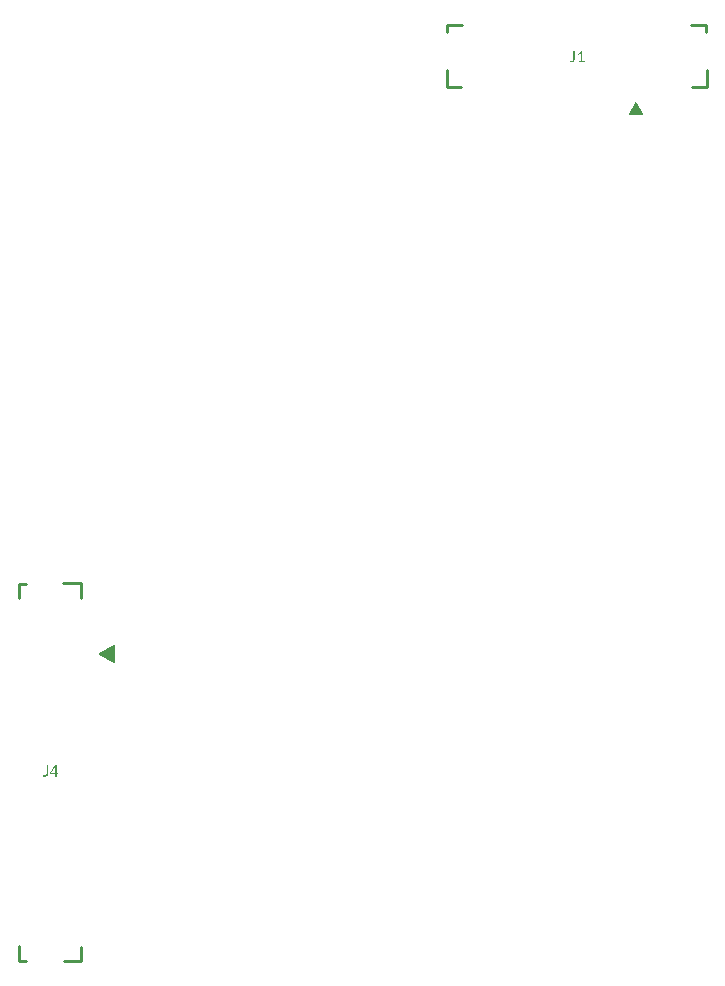
<source format=gto>
G04 Layer_Color=65535*
%FSLAX44Y44*%
%MOMM*%
G71*
G01*
G75*
%ADD30C,0.2540*%
G36*
X-450Y559450D02*
X987D01*
Y558769D01*
Y558754D01*
Y558695D01*
X957Y558636D01*
X927Y558577D01*
X913Y558562D01*
X883Y558547D01*
X824Y558532D01*
X735Y558517D01*
X-450D01*
Y556000D01*
X-1501D01*
Y558517D01*
X-5751D01*
X-5810Y558532D01*
X-5899Y558547D01*
X-5973Y558591D01*
X-5988Y558606D01*
X-6018Y558651D01*
X-6062Y558710D01*
X-6092Y558784D01*
X-6210Y559376D01*
X-1575Y565551D01*
X-450D01*
Y559450D01*
D02*
G37*
G36*
X490005Y1126989D02*
X490049Y1126978D01*
X490061D01*
X490138Y1126956D01*
X490194Y1126934D01*
X490238Y1126923D01*
X490249Y1126912D01*
X490316Y1126878D01*
X490360Y1126834D01*
X490393Y1126801D01*
X490405Y1126789D01*
X490449Y1126745D01*
X490482Y1126701D01*
X490504Y1126667D01*
Y1126656D01*
X495866Y1117388D01*
X495899Y1117333D01*
X495921Y1117277D01*
X495932Y1117244D01*
Y1117233D01*
X495943Y1117177D01*
X495955Y1117122D01*
Y1117077D01*
Y1117066D01*
Y1117011D01*
X495943Y1116955D01*
X495932Y1116911D01*
Y1116900D01*
X495910Y1116844D01*
X495888Y1116800D01*
X495877Y1116766D01*
X495866Y1116755D01*
X495832Y1116700D01*
X495799Y1116655D01*
X495766Y1116622D01*
X495755Y1116611D01*
X495710Y1116567D01*
X495677Y1116533D01*
X495644Y1116522D01*
X495633Y1116511D01*
X495577Y1116489D01*
X495533Y1116467D01*
X495488Y1116456D01*
X495477D01*
X495422Y1116444D01*
X495355Y1116433D01*
X484566D01*
X484522Y1116444D01*
X484477Y1116456D01*
X484466D01*
X484411Y1116478D01*
X484355Y1116500D01*
X484322Y1116511D01*
X484311Y1116522D01*
X484255Y1116555D01*
X484211Y1116589D01*
X484178Y1116611D01*
X484166Y1116622D01*
X484100Y1116711D01*
X484078Y1116744D01*
X484067Y1116755D01*
X484044Y1116811D01*
X484022Y1116855D01*
X484011Y1116889D01*
Y1116900D01*
X484000Y1116966D01*
Y1117022D01*
Y1117055D01*
Y1117066D01*
Y1117133D01*
X484011Y1117188D01*
Y1117222D01*
Y1117233D01*
X484022Y1117288D01*
X484044Y1117344D01*
X484055Y1117377D01*
X484067Y1117388D01*
X489428Y1126678D01*
X489450Y1126723D01*
X489472Y1126756D01*
X489483Y1126778D01*
X489494Y1126789D01*
X489561Y1126856D01*
X489583Y1126867D01*
X489594Y1126878D01*
X489639Y1126900D01*
X489683Y1126923D01*
X489716Y1126934D01*
X489728D01*
X489783Y1126956D01*
X489827Y1126967D01*
X489861Y1126989D01*
X489872D01*
X489938Y1127000D01*
X490005Y1126989D01*
D02*
G37*
G36*
X48393Y667934D02*
X48452Y667919D01*
X48467D01*
X48541Y667889D01*
X48600Y667860D01*
X48645Y667845D01*
X48659Y667830D01*
X48734Y667785D01*
X48793Y667741D01*
X48837Y667697D01*
X48852Y667682D01*
X48911Y667623D01*
X48956Y667578D01*
X48970Y667534D01*
X48985Y667519D01*
X49015Y667445D01*
X49044Y667386D01*
X49059Y667327D01*
Y667312D01*
X49074Y667238D01*
X49089Y667149D01*
Y667104D01*
Y667075D01*
Y652829D01*
Y652755D01*
X49074Y652696D01*
X49059Y652637D01*
Y652622D01*
X49030Y652548D01*
X49000Y652474D01*
X48985Y652429D01*
X48970Y652415D01*
X48926Y652341D01*
X48882Y652281D01*
X48852Y652237D01*
X48837Y652222D01*
X48719Y652133D01*
X48674Y652104D01*
X48659Y652089D01*
X48585Y652059D01*
X48526Y652030D01*
X48482Y652015D01*
X48467D01*
X48378Y652000D01*
X48156D01*
X48082Y652015D01*
X48023D01*
X47949Y652030D01*
X47875Y652059D01*
X47830Y652074D01*
X47815Y652089D01*
X35421Y659241D01*
X35362Y659271D01*
X35317Y659300D01*
X35288Y659315D01*
X35273Y659330D01*
X35184Y659419D01*
X35169Y659448D01*
X35154Y659463D01*
X35125Y659523D01*
X35095Y659582D01*
X35080Y659626D01*
Y659641D01*
X35051Y659715D01*
X35036Y659774D01*
X35006Y659819D01*
Y659834D01*
X34991Y659922D01*
X35006Y660011D01*
X35021Y660070D01*
Y660085D01*
X35051Y660189D01*
X35080Y660263D01*
X35095Y660322D01*
X35110Y660337D01*
X35154Y660426D01*
X35214Y660485D01*
X35258Y660529D01*
X35273Y660544D01*
X35332Y660604D01*
X35391Y660648D01*
X35436Y660678D01*
X35450D01*
X47815Y667830D01*
X47889Y667874D01*
X47963Y667904D01*
X48008Y667919D01*
X48023D01*
X48097Y667934D01*
X48171Y667948D01*
X48319D01*
X48393Y667934D01*
D02*
G37*
G36*
X-7646Y559287D02*
Y559273D01*
Y559258D01*
Y559213D01*
Y559154D01*
X-7661Y559006D01*
X-7676Y558814D01*
X-7691Y558591D01*
X-7735Y558340D01*
X-7780Y558103D01*
X-7854Y557851D01*
X-7869Y557821D01*
X-7883Y557747D01*
X-7928Y557629D01*
X-8002Y557481D01*
X-8076Y557318D01*
X-8180Y557140D01*
X-8298Y556963D01*
X-8431Y556785D01*
X-8446Y556770D01*
X-8505Y556711D01*
X-8579Y556637D01*
X-8698Y556548D01*
X-8831Y556429D01*
X-8994Y556326D01*
X-9172Y556222D01*
X-9379Y556118D01*
X-9409Y556104D01*
X-9483Y556089D01*
X-9601Y556044D01*
X-9749Y556015D01*
X-9942Y555970D01*
X-10164Y555926D01*
X-10401Y555911D01*
X-10667Y555896D01*
X-10771D01*
X-10904Y555911D01*
X-11067Y555926D01*
X-11274Y555941D01*
X-11497Y555970D01*
X-11748Y556015D01*
X-12000Y556074D01*
Y556089D01*
Y556104D01*
Y556193D01*
Y556311D01*
X-11985Y556459D01*
Y556474D01*
Y556489D01*
X-11970Y556577D01*
X-11956Y556696D01*
X-11941Y556829D01*
Y556844D01*
X-11926Y556903D01*
X-11896Y556963D01*
X-11852Y557022D01*
X-11837Y557037D01*
X-11793Y557066D01*
X-11733Y557081D01*
X-11645Y557096D01*
X-11556D01*
X-11467Y557066D01*
X-11334Y557037D01*
X-11319D01*
X-11289Y557022D01*
X-11245D01*
X-11186Y557007D01*
X-11112Y556992D01*
X-11008D01*
X-10786Y556977D01*
X-10712D01*
X-10623Y556992D01*
X-10519D01*
X-10401Y557007D01*
X-10267Y557037D01*
X-10001Y557111D01*
X-9986D01*
X-9942Y557140D01*
X-9883Y557170D01*
X-9794Y557214D01*
X-9616Y557333D01*
X-9423Y557510D01*
X-9409Y557525D01*
X-9379Y557555D01*
X-9335Y557629D01*
X-9290Y557703D01*
X-9231Y557807D01*
X-9172Y557925D01*
X-9112Y558073D01*
X-9068Y558221D01*
Y558236D01*
X-9053Y558295D01*
X-9024Y558399D01*
X-8994Y558517D01*
X-8979Y558680D01*
X-8950Y558858D01*
X-8935Y559050D01*
Y559273D01*
Y565551D01*
X-7646D01*
Y559287D01*
D02*
G37*
G36*
X438354Y1164287D02*
Y1164273D01*
Y1164258D01*
Y1164213D01*
Y1164154D01*
X438339Y1164006D01*
X438324Y1163813D01*
X438309Y1163591D01*
X438265Y1163340D01*
X438220Y1163103D01*
X438146Y1162851D01*
X438131Y1162821D01*
X438117Y1162747D01*
X438072Y1162629D01*
X437998Y1162481D01*
X437924Y1162318D01*
X437821Y1162140D01*
X437702Y1161963D01*
X437569Y1161785D01*
X437554Y1161770D01*
X437495Y1161711D01*
X437421Y1161637D01*
X437302Y1161548D01*
X437169Y1161429D01*
X437006Y1161326D01*
X436828Y1161222D01*
X436621Y1161118D01*
X436591Y1161104D01*
X436517Y1161089D01*
X436399Y1161044D01*
X436251Y1161015D01*
X436058Y1160970D01*
X435836Y1160926D01*
X435599Y1160911D01*
X435333Y1160896D01*
X435229D01*
X435096Y1160911D01*
X434933Y1160926D01*
X434726Y1160941D01*
X434504Y1160970D01*
X434252Y1161015D01*
X434000Y1161074D01*
Y1161089D01*
Y1161104D01*
Y1161192D01*
Y1161311D01*
X434015Y1161459D01*
Y1161474D01*
Y1161489D01*
X434030Y1161578D01*
X434044Y1161696D01*
X434059Y1161829D01*
Y1161844D01*
X434074Y1161903D01*
X434104Y1161963D01*
X434148Y1162022D01*
X434163Y1162037D01*
X434207Y1162066D01*
X434267Y1162081D01*
X434355Y1162096D01*
X434444D01*
X434533Y1162066D01*
X434666Y1162037D01*
X434681D01*
X434711Y1162022D01*
X434755D01*
X434814Y1162007D01*
X434888Y1161992D01*
X434992D01*
X435214Y1161977D01*
X435288D01*
X435377Y1161992D01*
X435481D01*
X435599Y1162007D01*
X435733Y1162037D01*
X435999Y1162111D01*
X436014D01*
X436058Y1162140D01*
X436118Y1162170D01*
X436206Y1162214D01*
X436384Y1162333D01*
X436577Y1162510D01*
X436591Y1162525D01*
X436621Y1162555D01*
X436665Y1162629D01*
X436710Y1162703D01*
X436769Y1162807D01*
X436828Y1162925D01*
X436888Y1163073D01*
X436932Y1163221D01*
Y1163236D01*
X436947Y1163295D01*
X436976Y1163399D01*
X437006Y1163517D01*
X437021Y1163680D01*
X437051Y1163858D01*
X437065Y1164051D01*
Y1164273D01*
Y1170551D01*
X438354D01*
Y1164287D01*
D02*
G37*
G36*
X444677Y1161903D02*
X446543D01*
Y1161000D01*
X441434D01*
Y1161903D01*
X443492D01*
Y1168404D01*
Y1168419D01*
Y1168448D01*
Y1168508D01*
Y1168597D01*
Y1168774D01*
X443507Y1168996D01*
X441789Y1167545D01*
X441774Y1167530D01*
X441745Y1167516D01*
X441656Y1167456D01*
X441626D01*
X441537Y1167442D01*
X441478D01*
X441419Y1167456D01*
X441345Y1167486D01*
X441330Y1167501D01*
X441300Y1167516D01*
X441271Y1167545D01*
X441241Y1167590D01*
X440856Y1168093D01*
X443699Y1170566D01*
X444677D01*
Y1161903D01*
D02*
G37*
%LPC*%
G36*
X-1442Y564159D02*
X-4922Y559450D01*
X-1501D01*
Y563374D01*
Y563389D01*
Y563404D01*
Y563493D01*
Y563611D01*
Y563745D01*
Y563759D01*
Y563774D01*
X-1486Y563878D01*
X-1471Y564011D01*
X-1442Y564159D01*
D02*
G37*
%LPD*%
D30*
X330000Y1192750D02*
X342500D01*
X330000Y1186250D02*
Y1192750D01*
X549500Y1186250D02*
Y1192250D01*
X537000D02*
X549500D01*
X330000Y1139750D02*
Y1154750D01*
Y1139750D02*
X342000D01*
X550000D02*
Y1154750D01*
X537500Y1139750D02*
X550000D01*
X-32500Y400000D02*
Y412500D01*
Y400000D02*
X-26000D01*
X5500D02*
X20500D01*
Y412000D01*
X20250Y707500D02*
Y720000D01*
X5250D02*
X20250D01*
X-32250Y707000D02*
Y719500D01*
X-26250D01*
M02*

</source>
